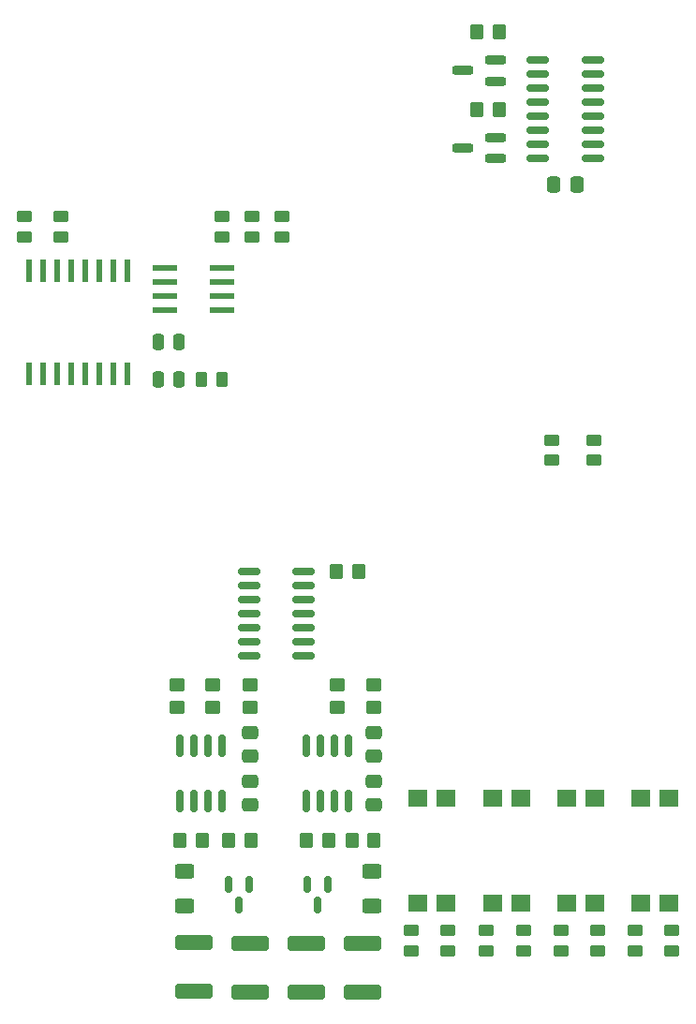
<source format=gbp>
G04 #@! TF.GenerationSoftware,KiCad,Pcbnew,8.0.4*
G04 #@! TF.CreationDate,2024-11-14T12:54:13+07:00*
G04 #@! TF.ProjectId,Ver04,56657230-342e-46b6-9963-61645f706362,rev?*
G04 #@! TF.SameCoordinates,Original*
G04 #@! TF.FileFunction,Paste,Bot*
G04 #@! TF.FilePolarity,Positive*
%FSLAX46Y46*%
G04 Gerber Fmt 4.6, Leading zero omitted, Abs format (unit mm)*
G04 Created by KiCad (PCBNEW 8.0.4) date 2024-11-14 12:54:13*
%MOMM*%
%LPD*%
G01*
G04 APERTURE LIST*
G04 Aperture macros list*
%AMRoundRect*
0 Rectangle with rounded corners*
0 $1 Rounding radius*
0 $2 $3 $4 $5 $6 $7 $8 $9 X,Y pos of 4 corners*
0 Add a 4 corners polygon primitive as box body*
4,1,4,$2,$3,$4,$5,$6,$7,$8,$9,$2,$3,0*
0 Add four circle primitives for the rounded corners*
1,1,$1+$1,$2,$3*
1,1,$1+$1,$4,$5*
1,1,$1+$1,$6,$7*
1,1,$1+$1,$8,$9*
0 Add four rect primitives between the rounded corners*
20,1,$1+$1,$2,$3,$4,$5,0*
20,1,$1+$1,$4,$5,$6,$7,0*
20,1,$1+$1,$6,$7,$8,$9,0*
20,1,$1+$1,$8,$9,$2,$3,0*%
G04 Aperture macros list end*
%ADD10RoundRect,0.250000X-1.450000X0.400000X-1.450000X-0.400000X1.450000X-0.400000X1.450000X0.400000X0*%
%ADD11RoundRect,0.250000X-0.450000X0.350000X-0.450000X-0.350000X0.450000X-0.350000X0.450000X0.350000X0*%
%ADD12RoundRect,0.250000X0.450000X-0.262500X0.450000X0.262500X-0.450000X0.262500X-0.450000X-0.262500X0*%
%ADD13RoundRect,0.250000X-0.625000X0.400000X-0.625000X-0.400000X0.625000X-0.400000X0.625000X0.400000X0*%
%ADD14RoundRect,0.250000X0.250000X0.475000X-0.250000X0.475000X-0.250000X-0.475000X0.250000X-0.475000X0*%
%ADD15RoundRect,0.150000X-0.150000X0.825000X-0.150000X-0.825000X0.150000X-0.825000X0.150000X0.825000X0*%
%ADD16RoundRect,0.250000X0.262500X0.450000X-0.262500X0.450000X-0.262500X-0.450000X0.262500X-0.450000X0*%
%ADD17RoundRect,0.150000X-0.150000X0.587500X-0.150000X-0.587500X0.150000X-0.587500X0.150000X0.587500X0*%
%ADD18RoundRect,0.250000X0.350000X0.450000X-0.350000X0.450000X-0.350000X-0.450000X0.350000X-0.450000X0*%
%ADD19RoundRect,0.250000X-0.450000X0.262500X-0.450000X-0.262500X0.450000X-0.262500X0.450000X0.262500X0*%
%ADD20RoundRect,0.150000X0.850000X0.150000X-0.850000X0.150000X-0.850000X-0.150000X0.850000X-0.150000X0*%
%ADD21RoundRect,0.041300X-0.253700X0.983700X-0.253700X-0.983700X0.253700X-0.983700X0.253700X0.983700X0*%
%ADD22R,1.780000X1.500000*%
%ADD23R,2.200000X0.600000*%
%ADD24RoundRect,0.250000X-0.475000X0.337500X-0.475000X-0.337500X0.475000X-0.337500X0.475000X0.337500X0*%
%ADD25RoundRect,0.200000X0.750000X0.200000X-0.750000X0.200000X-0.750000X-0.200000X0.750000X-0.200000X0*%
%ADD26RoundRect,0.250000X0.625000X-0.400000X0.625000X0.400000X-0.625000X0.400000X-0.625000X-0.400000X0*%
%ADD27RoundRect,0.250000X0.450000X-0.350000X0.450000X0.350000X-0.450000X0.350000X-0.450000X-0.350000X0*%
%ADD28RoundRect,0.150000X0.825000X0.150000X-0.825000X0.150000X-0.825000X-0.150000X0.825000X-0.150000X0*%
%ADD29RoundRect,0.250000X-0.337500X-0.475000X0.337500X-0.475000X0.337500X0.475000X-0.337500X0.475000X0*%
%ADD30RoundRect,0.250000X0.475000X-0.337500X0.475000X0.337500X-0.475000X0.337500X-0.475000X-0.337500X0*%
G04 APERTURE END LIST*
D10*
X66000000Y-139150000D03*
X66000000Y-143600000D03*
X76200000Y-139150000D03*
X76200000Y-143600000D03*
D11*
X66000000Y-115800000D03*
X66000000Y-117800000D03*
D12*
X68900000Y-75312500D03*
X68900000Y-73487500D03*
D13*
X77000000Y-132650000D03*
X77000000Y-135750000D03*
D10*
X60900000Y-139075000D03*
X60900000Y-143525000D03*
D14*
X59615000Y-88245000D03*
X57715000Y-88245000D03*
D15*
X59695000Y-121325000D03*
X60965000Y-121325000D03*
X62235000Y-121325000D03*
X63505000Y-121325000D03*
X63505000Y-126275000D03*
X62235000Y-126275000D03*
X60965000Y-126275000D03*
X59695000Y-126275000D03*
D12*
X104100000Y-139812500D03*
X104100000Y-137987500D03*
D16*
X63472500Y-88233000D03*
X61647500Y-88233000D03*
D12*
X66200000Y-75312500D03*
X66200000Y-73487500D03*
D17*
X71150000Y-133862500D03*
X73050000Y-133862500D03*
X72100000Y-135737500D03*
D18*
X73100000Y-129900000D03*
X71100000Y-129900000D03*
X88500000Y-63800000D03*
X86500000Y-63800000D03*
X75800000Y-105600000D03*
X73800000Y-105600000D03*
D19*
X48913000Y-73479500D03*
X48913000Y-75304500D03*
D20*
X97000000Y-59355000D03*
X97000000Y-60625000D03*
X97000000Y-61895000D03*
X97000000Y-63165000D03*
X97000000Y-64435000D03*
X97000000Y-65705000D03*
X97000000Y-66975000D03*
X97000000Y-68245000D03*
X92000000Y-68245000D03*
X92000000Y-66975000D03*
X92000000Y-65705000D03*
X92000000Y-64435000D03*
X92000000Y-63165000D03*
X92000000Y-61895000D03*
X92000000Y-60625000D03*
X92000000Y-59355000D03*
D11*
X73900000Y-115800000D03*
X73900000Y-117800000D03*
D12*
X97400000Y-139812500D03*
X97400000Y-137987500D03*
D17*
X64050000Y-133862500D03*
X65950000Y-133862500D03*
X65000000Y-135737500D03*
D21*
X46055000Y-78345000D03*
X47325000Y-78345000D03*
X48595000Y-78345000D03*
X49865000Y-78345000D03*
X51135000Y-78345000D03*
X52405000Y-78345000D03*
X53675000Y-78345000D03*
X54945000Y-78345000D03*
X54945000Y-87655000D03*
X53675000Y-87655000D03*
X52405000Y-87655000D03*
X51135000Y-87655000D03*
X49865000Y-87655000D03*
X48595000Y-87655000D03*
X47325000Y-87655000D03*
X46055000Y-87655000D03*
D22*
X83670000Y-135565000D03*
X81130000Y-135565000D03*
X81130000Y-126035000D03*
X83670000Y-126035000D03*
D14*
X59612000Y-84804000D03*
X57712000Y-84804000D03*
D19*
X87370000Y-137987500D03*
X87370000Y-139812500D03*
D12*
X63500000Y-75312500D03*
X63500000Y-73487500D03*
D18*
X66100000Y-129900000D03*
X64100000Y-129900000D03*
D23*
X63478000Y-78161000D03*
X63478000Y-79431000D03*
X63478000Y-80701000D03*
X63478000Y-81971000D03*
X58278000Y-81971000D03*
X58278000Y-80701000D03*
X58278000Y-79431000D03*
X58278000Y-78161000D03*
D11*
X77200000Y-115800000D03*
X77200000Y-117800000D03*
D24*
X66000000Y-120162500D03*
X66000000Y-122237500D03*
D19*
X100800000Y-137987500D03*
X100800000Y-139812500D03*
D11*
X59400000Y-115800000D03*
X59400000Y-117800000D03*
D12*
X97100000Y-95512500D03*
X97100000Y-93687500D03*
D25*
X88200000Y-59350000D03*
X88200000Y-61250000D03*
X85200000Y-60300000D03*
X88200000Y-66350000D03*
X88200000Y-68250000D03*
X85200000Y-67300000D03*
D15*
X71095000Y-121325000D03*
X72365000Y-121325000D03*
X73635000Y-121325000D03*
X74905000Y-121325000D03*
X74905000Y-126275000D03*
X73635000Y-126275000D03*
X72365000Y-126275000D03*
X71095000Y-126275000D03*
D19*
X45600000Y-73487500D03*
X45600000Y-75312500D03*
D24*
X77200000Y-120162500D03*
X77200000Y-122237500D03*
D22*
X103870000Y-135565000D03*
X101330000Y-135565000D03*
X101330000Y-126035000D03*
X103870000Y-126035000D03*
D12*
X83900000Y-139812500D03*
X83900000Y-137987500D03*
D26*
X60100000Y-135750000D03*
X60100000Y-132650000D03*
D10*
X71100000Y-139150000D03*
X71100000Y-143600000D03*
D12*
X90700000Y-139812500D03*
X90700000Y-137987500D03*
X93300000Y-95512500D03*
X93300000Y-93687500D03*
D27*
X62600000Y-117800000D03*
X62600000Y-115800000D03*
D22*
X97170000Y-135565000D03*
X94630000Y-135565000D03*
X94630000Y-126035000D03*
X97170000Y-126035000D03*
X90440000Y-135565000D03*
X87900000Y-135565000D03*
X87900000Y-126035000D03*
X90440000Y-126035000D03*
D28*
X70875000Y-105590000D03*
X70875000Y-106860000D03*
X70875000Y-108130000D03*
X70875000Y-109400000D03*
X70875000Y-110670000D03*
X70875000Y-111940000D03*
X70875000Y-113210000D03*
X65925000Y-113210000D03*
X65925000Y-111940000D03*
X65925000Y-110670000D03*
X65925000Y-109400000D03*
X65925000Y-108130000D03*
X65925000Y-106860000D03*
X65925000Y-105590000D03*
D29*
X93462500Y-70600000D03*
X95537500Y-70600000D03*
D18*
X61700000Y-129900000D03*
X59700000Y-129900000D03*
X77200000Y-129900000D03*
X75200000Y-129900000D03*
D19*
X80600000Y-137987500D03*
X80600000Y-139812500D03*
D18*
X88500000Y-56800000D03*
X86500000Y-56800000D03*
D30*
X77200000Y-126637500D03*
X77200000Y-124562500D03*
D19*
X94100000Y-137987500D03*
X94100000Y-139812500D03*
D30*
X66000000Y-126637500D03*
X66000000Y-124562500D03*
M02*

</source>
